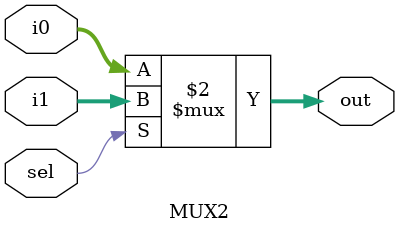
<source format=v>
module MUX2 #(parameter len=32)(output [len-1:0]out,
								input  [len-1:0]i0,
								input  [len-1:0]i1,
								input  sel
								);
	
	assign out = ~sel ? i0 : i1;

endmodule
</source>
